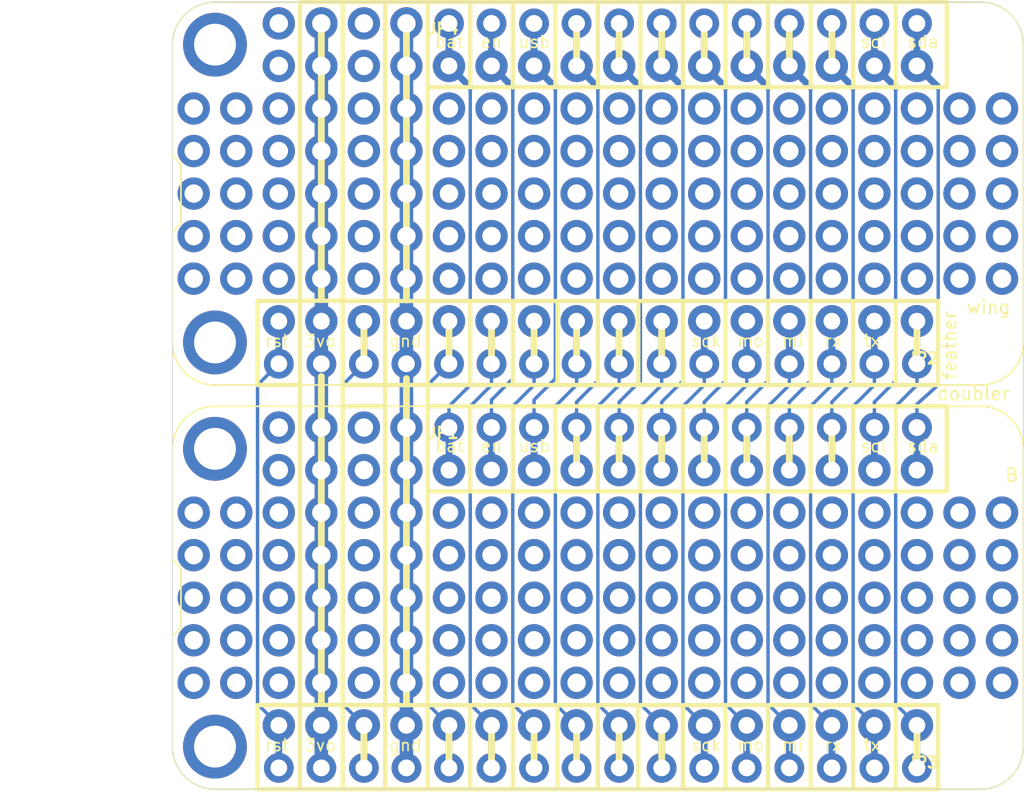
<source format=kicad_pcb>
(kicad_pcb (version 20221018) (generator pcbnew)
  (layers (0 "F.Cu" signal) (31 "B.Cu" signal) (34 "B.Paste" user) (35 "F.Paste" user) (36 "B.SilkS" user "B.Silkscreen") (37 "F.SilkS" user "F.Silkscreen") (38 "B.Mask" user) (39 "F.Mask" user) (44 "Edge.Cuts" user))
  (net 0 "")
  (net 1 "N$2")
  (net 2 "N$4")
  (net 3 "N$6")
  (net 4 "N$7")
  (net 5 "N$8")
  (net 6 "N$9")
  (net 7 "N$10")
  (net 8 "N$11")
  (net 9 "N$12")
  (net 10 "N$13")
  (net 11 "N$14")
  (net 12 "N$15")
  (net 13 "GND")
  (net 14 "N$17")
  (net 15 "3V")
  (net 16 "N$18")
  (net 17 "VBAT")
  (net 18 "N$1")
  (net 19 "USB")
  (net 20 "N$3")
  (net 21 "N$5")
  (net 22 "N$19")
  (net 23 "N$20")
  (net 24 "N$21")
  (net 25 "N$22")
  (net 26 "N$23")
  (net 27 "N$24")
  (net 28 "N$25")
  (net 29 "N$26")
  (net 30 "N$28")
  (net 31 "N$31")
  (net 32 "N$33")
  (net 33 "N$34")
  (net 34 "N$36")
  (net 35 "N$37")
  (net 36 "N$38")
  (net 37 "N$39")
  (net 38 "N$40")
  (net 39 "N$41")
  (net 40 "N$42")
  (net 41 "N$43")
  (net 42 "N$44")
  (net 43 "N$46")
  (net 44 "N$47")
  (net 45 "N$50")
  (net 46 "N$51")
  (net 47 "N$52")
  (net 48 "N$54")
  (net 49 "N$58")
  (net 50 "N$59")
  (net 51 "N$62")
  (net 52 "N$63")
  (net 53 "N$64")
  (net 54 "N$65")
  (net 55 "N$66")
  (net 56 "N$67")
  (net 57 "N$68")
  (net 58 "N$69")
  (net 59 "N$70")
  (net 60 "N$71")
  (net 61 "N$72")
  (net 62 "N$73")
  (net 63 "N$74")
  (net 64 "N$75")
  (net 65 "N$76")
  (net 66 "N$77")
  (net 67 "N$78")
  (net 68 "N$79")
  (net 69 "N$80")
  (net 70 "N$81")
  (net 71 "N$82")
  (net 72 "N$83")
  (net 73 "N$84")
  (net 74 "N$85")
  (net 75 "N$86")
  (net 76 "N$87")
  (net 77 "N$88")
  (net 78 "N$89")
  (net 79 "N$90")
  (net 80 "N$91")
  (net 81 "N$92")
  (net 82 "N$93")
  (net 83 "N$94")
  (net 84 "N$95")
  (net 85 "N$96")
  (net 86 "N$97")
  (net 87 "N$98")
  (net 88 "N$99")
  (net 89 "N$100")
  (net 90 "N$101")
  (net 91 "N$102")
  (net 92 "N$103")
  (net 93 "N$104")
  (net 94 "N$105")
  (net 95 "N$106")
  (net 96 "N$107")
  (net 97 "N$108")
  (net 98 "N$109")
  (net 99 "N$110")
  (net 100 "N$111")
  (net 101 "N$112")
  (net 102 "N$113")
  (net 103 "N$114")
  (net 104 "N$115")
  (net 105 "N$116")
  (net 106 "N$117")
  (net 107 "N$118")
  (net 108 "N$119")
  (net 109 "N$120")
  (net 110 "N$121")
  (net 111 "N$122")
  (net 112 "N$123")
  (net 113 "N$124")
  (net 114 "N$125")
  (net 115 "N$126")
  (net 116 "N$127")
  (net 117 "N$128")
  (net 118 "N$129")
  (net 119 "N$130")
  (net 120 "N$131")
  (net 121 "N$132")
  (net 122 "N$133")
  (net 123 "N$16")
  (net 124 "N$27")
  (net 125 "N$29")
  (net 126 "N$30")
  (net 127 "N$32")
  (net 128 "N$35")
  (net 129 "N$45")
  (net 130 "N$48")
  (net 131 "N$49")
  (net 132 "N$53")
  (net 133 "N$55")
  (net 134 "N$56")
  (net 135 "N$57")
  (net 136 "N$60")
  (net 137 "N$61")
  (net 138 "N$134")
  (net 139 "N$135")
  (net 140 "N$136")
  (net 141 "N$137")
  (net 142 "N$138")
  (net 143 "N$139")
  (net 144 "N$140")
  (net 145 "N$141")
  (net 146 "N$142")
  (net 147 "N$143")
  (net 148 "N$144")
  (net 149 "N$145")
  (net 150 "N$146")
  (net 151 "N$147")
  (net 152 "N$148")
  (net 153 "N$149")
  (net 154 "N$150")
  (net 155 "N$151")
  (net 156 "N$152")
  (net 157 "N$153")
  (net 158 "N$154")
  (net 159 "N$155")
  (net 160 "N$156")
  (net 161 "N$157")
  (net 162 "N$158")
  (net 163 "N$159")
  (net 164 "N$160")
  (net 165 "N$161")
  (net 166 "N$162")
  (net 167 "N$163")
  (net 168 "N$164")
  (net 169 "N$165")
  (net 170 "N$166")
  (net 171 "N$167")
  (net 172 "N$168")
  (net 173 "N$169")
  (net 174 "N$170")
  (net 175 "N$171")
  (net 176 "N$172")
  (net 177 "N$173")
  (net 178 "N$174")
  (net 179 "N$175")
  (net 180 "N$176")
  (net 181 "N$177")
  (net 182 "N$178")
  (net 183 "N$179")
  (net 184 "N$180")
  (net 185 "N$181")
  (net 186 "N$182")
  (net 187 "N$183")
  (net 188 "N$184")
  (net 189 "N$185")
  (net 190 "N$186")
  (net 191 "N$187")
  (net 192 "N$188")
  (net 193 "N$189")
  (net 194 "N$190")
  (net 195 "N$191")
  (net 196 "N$192")
  (net 197 "N$193")
  (net 198 "N$194")
  (net 199 "N$195")
  (net 200 "N$196")
  (net 201 "N$197")
  (net 202 "N$198")
  (net 203 "N$199")
  (net 204 "N$200")
  (net 205 "N$201")
  (net 206 "N$202")
  (net 207 "N$203")
  (net 208 "N$204")
  (net 209 "N$205")
  (net 210 "N$206")
  (net 211 "N$207")
  (net 212 "N$208")
  (net 213 "N$209")
  (net 214 "N$210")
  (net 215 "N$211")
  (net 216 "N$212")
  (footprint "working:FEATHERWING_DIM" (layer "F.Cu") (at 123.1011 128.4986)
    (fp_text reference "MS1" hide)
    (fp_text value "FEATHERWING_NODIM" hide)
  )
  (footprint "working:1X16_ROUND_76MIL" (layer "F.Cu") (at 148.5011 100.5586 180)
    (fp_text reference "JP2")
    (fp_text value "")
  )
  (footprint "working:1X12_ROUND_76MIL" (layer "F.Cu") (at 153.5811 109.4486)
    (fp_text reference "JP1")
    (fp_text value "")
  )
  (footprint "working:1X12_ROUND_76MIL" (layer "F.Cu") (at 153.5811 85.3186)
    (fp_text reference "JP4")
    (fp_text value "")
  )
  (footprint "working:FEATHERWING_DIM" (layer "F.Cu") (at 123.1011 104.3686)
    (fp_text reference "MS2" hide)
    (fp_text value "FEATHERWING_NODIM" hide)
  )
  (footprint "working:1X16_ROUND_76MIL" (layer "F.Cu") (at 148.5011 124.6886 180)
    (fp_text reference "JP3")
    (fp_text value "")
  )
  (gr_line (start 166.2811 99.3521) (end 168.8211 99.3521) (stroke (width 0.254)) (layer "F.SilkS"))
  (gr_line (start 153.5811 123.4821) (end 150.9141 123.4821) (stroke (width 0.254)) (layer "F.SilkS"))
  (gr_line (start 161.2011 123.4821) (end 163.7411 123.4821) (stroke (width 0.254)) (layer "F.SilkS"))
  (gr_line (start 131.9911 123.3932) (end 131.9911 103.8606) (stroke (width 0.4064)) (layer "F.SilkS"))
  (gr_line (start 140.8811 128.4986) (end 140.8811 123.4821) (stroke (width 0.254)) (layer "F.SilkS"))
  (gr_line (start 145.9611 86.5886) (end 145.9611 81.5086) (stroke (width 0.254)) (layer "F.SilkS"))
  (gr_line (start 135.8011 99.3521) (end 133.3246 99.3521) (stroke (width 0.254)) (layer "F.SilkS"))
  (gr_line (start 166.2811 123.4821) (end 166.2811 128.4986) (stroke (width 0.254)) (layer "F.SilkS"))
  (gr_line (start 130.7211 104.3686) (end 130.7211 99.3521) (stroke (width 0.254)) (layer "F.SilkS"))
  (gr_line (start 149.7711 85.1916) (end 149.7711 83.0326) (stroke (width 0.4064)) (layer "F.SilkS"))
  (gr_line (start 152.3111 100.5586) (end 152.3111 102.8446) (stroke (width 0.4064)) (layer "F.SilkS"))
  (gr_line (start 130.7211 128.4986) (end 130.7211 123.4821) (stroke (width 0.254)) (layer "F.SilkS"))
  (gr_line (start 148.5011 99.3521) (end 148.5011 104.3686) (stroke (width 0.254)) (layer "F.SilkS"))
  (gr_line (start 146.0881 104.3686) (end 146.0881 99.3521) (stroke (width 0.254)) (layer "F.SilkS"))
  (gr_line (start 130.7211 99.3521) (end 130.7211 99.3394) (stroke (width 0.254)) (layer "F.SilkS"))
  (gr_line (start 145.9611 86.5886) (end 148.5011 86.5886) (stroke (width 0.254)) (layer "F.SilkS"))
  (gr_line (start 150.9141 123.4821) (end 148.5011 123.4821) (stroke (width 0.254)) (layer "F.SilkS"))
  (gr_line (start 135.8011 104.3686) (end 135.8011 105.6386) (stroke (width 0.254)) (layer "F.SilkS"))
  (gr_line (start 128.1811 128.4986) (end 168.6941 128.4986) (stroke (width 0.254)) (layer "F.SilkS"))
  (gr_line (start 161.2011 81.5086) (end 161.2011 86.5886) (stroke (width 0.254)) (layer "F.SilkS"))
  (gr_line (start 133.3246 123.4821) (end 133.2611 123.5456) (stroke (width 0.254)) (layer "F.SilkS"))
  (gr_line (start 163.7411 110.7186) (end 166.2811 110.7186) (stroke (width 0.254)) (layer "F.SilkS"))
  (gr_line (start 163.7411 105.6386) (end 163.7411 110.7186) (stroke (width 0.254)) (layer "F.SilkS"))
  (gr_line (start 149.7711 124.6886) (end 149.7711 126.9746) (stroke (width 0.4064)) (layer "F.SilkS"))
  (gr_line (start 130.7211 99.3394) (end 134.3279 99.3394) (stroke (width 0.254)) (layer "F.SilkS"))
  (gr_line (start 138.3411 99.3521) (end 138.3411 86.5886) (stroke (width 0.254)) (layer "F.SilkS"))
  (gr_line (start 139.6111 126.9746) (end 139.6111 124.9426) (stroke (width 0.4064)) (layer "F.SilkS"))
  (gr_line (start 166.2811 123.4821) (end 168.8211 123.4821) (stroke (width 0.254)) (layer "F.SilkS"))
  (gr_line (start 135.8011 128.4986) (end 135.8011 123.4821) (stroke (width 0.254)) (layer "F.SilkS"))
  (gr_line (start 138.3411 105.6386) (end 169.3291 105.6386) (stroke (width 0.254)) (layer "F.SilkS"))
  (gr_line (start 143.4211 86.5886) (end 145.9611 86.5886) (stroke (width 0.254)) (layer "F.SilkS"))
  (gr_line (start 163.7411 99.3521) (end 166.2811 99.3521) (stroke (width 0.254)) (layer "F.SilkS"))
  (gr_line (start 130.7211 123.4821) (end 128.1811 123.4821) (stroke (width 0.254)) (layer "F.SilkS"))
  (gr_line (start 158.6611 86.5886) (end 161.2011 86.5886) (stroke (width 0.254)) (layer "F.SilkS"))
  (gr_line (start 137.0711 123.4186) (end 137.0711 103.9876) (stroke (width 0.4064)) (layer "F.SilkS"))
  (gr_line (start 140.8811 81.5086) (end 140.8811 86.5886) (stroke (width 0.254)) (layer "F.SilkS"))
  (gr_line (start 169.3291 110.7186) (end 169.3291 105.6386) (stroke (width 0.254)) (layer "F.SilkS"))
  (gr_line (start 161.2011 105.6386) (end 161.2011 110.7186) (stroke (width 0.254)) (layer "F.SilkS"))
  (gr_line (start 143.4211 81.5086) (end 143.4211 86.5886) (stroke (width 0.254)) (layer "F.SilkS"))
  (gr_line (start 159.9311 109.4486) (end 159.9311 107.1626) (stroke (width 0.4064)) (layer "F.SilkS"))
  (gr_line (start 133.2611 123.5456) (end 133.2611 105.6386) (stroke (width 0.254)) (layer "F.SilkS"))
  (gr_line (start 133.2611 104.3686) (end 135.8011 104.3686) (stroke (width 0.254)) (layer "F.SilkS"))
  (gr_line (start 140.8811 104.3686) (end 140.8811 99.3521) (stroke (width 0.254)) (layer "F.SilkS"))
  (gr_line (start 135.8011 123.4821) (end 133.3246 123.4821) (stroke (width 0.254)) (layer "F.SilkS"))
  (gr_line (start 143.4211 105.6386) (end 143.4211 110.7186) (stroke (width 0.254)) (layer "F.SilkS"))
  (gr_line (start 158.6611 123.4821) (end 156.1211 123.4821) (stroke (width 0.254)) (layer "F.SilkS"))
  (gr_line (start 138.3411 110.7186) (end 140.8811 110.7186) (stroke (width 0.254)) (layer "F.SilkS"))
  (gr_line (start 138.3411 99.3521) (end 135.8011 99.3521) (stroke (width 0.254)) (layer "F.SilkS"))
  (gr_line (start 148.5011 99.3521) (end 146.0881 99.3521) (stroke (width 0.254)) (layer "F.SilkS"))
  (gr_line (start 161.2011 110.7186) (end 163.7411 110.7186) (stroke (width 0.254)) (layer "F.SilkS"))
  (gr_line (start 138.3411 105.6386) (end 138.3411 104.3686) (stroke (width 0.254)) (layer "F.SilkS"))
  (gr_line (start 168.8211 128.3716) (end 168.8211 128.4986) (stroke (width 0.254)) (layer "F.SilkS"))
  (gr_line (start 131.9911 99.2632) (end 131.9911 82.7786) (stroke (width 0.4064)) (layer "F.SilkS"))
  (gr_line (start 156.1211 86.5886) (end 158.6611 86.5886) (stroke (width 0.254)) (layer "F.SilkS"))
  (gr_line (start 156.1211 104.3686) (end 153.5811 104.3686) (stroke (width 0.254)) (layer "F.SilkS"))
  (gr_line (start 149.7711 100.5586) (end 149.7711 102.8446) (stroke (width 0.4064)) (layer "F.SilkS"))
  (gr_line (start 153.5811 99.3521) (end 150.9141 99.3521) (stroke (width 0.254)) (layer "F.SilkS"))
  (gr_line (start 153.5811 104.3686) (end 150.9141 104.3686) (stroke (width 0.254)) (layer "F.SilkS"))
  (gr_line (start 166.2811 104.3686) (end 158.6611 104.3686) (stroke (width 0.254)) (layer "F.SilkS"))
  (gr_line (start 140.8811 123.4821) (end 138.3411 123.4821) (stroke (width 0.254)) (layer "F.SilkS"))
  (gr_line (start 158.6611 81.5086) (end 158.6611 86.5886) (stroke (width 0.254)) (layer "F.SilkS"))
  (gr_line (start 166.2811 105.6386) (end 166.2811 110.7186) (stroke (width 0.254)) (layer "F.SilkS"))
  (gr_line (start 147.2311 127.2286) (end 147.2311 124.9426) (stroke (width 0.4064)) (layer "F.SilkS"))
  (gr_line (start 163.7411 81.5086) (end 163.7411 86.5886) (stroke (width 0.254)) (layer "F.SilkS"))
  (gr_line (start 161.2011 123.4821) (end 161.2011 128.4986) (stroke (width 0.254)) (layer "F.SilkS"))
  (gr_line (start 150.9141 99.3521) (end 148.5011 99.3521) (stroke (width 0.254)) (layer "F.SilkS"))
  (gr_line (start 158.6611 105.6386) (end 158.6611 110.7186) (stroke (width 0.254)) (layer "F.SilkS"))
  (gr_line (start 147.2311 83.0326) (end 147.2311 85.0646) (stroke (width 0.4064)) (layer "F.SilkS"))
  (gr_line (start 139.6111 102.8446) (end 139.6111 100.8126) (stroke (width 0.4064)) (layer "F.SilkS"))
  (gr_line (start 156.1211 104.3686) (end 156.1211 99.3521) (stroke (width 0.254)) (layer "F.SilkS"))
  (gr_line (start 140.8811 105.6386) (end 140.8811 110.7186) (stroke (width 0.254)) (layer "F.SilkS"))
  (gr_line (start 168.6941 128.4986) (end 168.8211 128.3716) (stroke (width 0.254)) (layer "F.SilkS"))
  (gr_line (start 138.3411 110.7186) (end 138.3411 105.6386) (stroke (width 0.254)) (layer "F.SilkS"))
  (gr_line (start 133.2611 123.5456) (end 133.2611 128.4351) (stroke (width 0.254)) (layer "F.SilkS"))
  (gr_line (start 156.1211 105.6386) (end 156.1211 110.7186) (stroke (width 0.254)) (layer "F.SilkS"))
  (gr_line (start 158.6611 99.3521) (end 161.2011 99.3521) (stroke (width 0.254)) (layer "F.SilkS"))
  (gr_line (start 145.9611 110.7186) (end 145.9611 105.6386) (stroke (width 0.254)) (layer "F.SilkS"))
  (gr_line (start 138.3411 123.4821) (end 138.3411 110.7186) (stroke (width 0.254)) (layer "F.SilkS"))
  (gr_line (start 163.7411 123.4821) (end 163.7411 128.4986) (stroke (width 0.254)) (layer "F.SilkS"))
  (gr_line (start 138.3411 104.3686) (end 138.3411 99.3521) (stroke (width 0.254)) (layer "F.SilkS"))
  (gr_line (start 130.7211 123.4694) (end 130.7211 104.3686) (stroke (width 0.254)) (layer "F.SilkS"))
  (gr_line (start 130.7211 81.5086) (end 169.3291 81.5086) (stroke (width 0.254)) (layer "F.SilkS"))
  (gr_line (start 158.6611 123.4821) (end 161.2011 123.4821) (stroke (width 0.254)) (layer "F.SilkS"))
  (gr_line (start 135.8011 81.5721) (end 135.8011 99.3521) (stroke (width 0.254)) (layer "F.SilkS"))
  (gr_line (start 130.7211 99.3394) (end 130.7211 81.6356) (stroke (width 0.254)) (layer "F.SilkS"))
  (gr_line (start 156.1211 99.3521) (end 153.5811 99.3521) (stroke (width 0.254)) (layer "F.SilkS"))
  (gr_line (start 151.0411 110.7186) (end 156.1211 110.7186) (stroke (width 0.254)) (layer "F.SilkS"))
  (gr_line (start 156.1211 110.7186) (end 158.6611 110.7186) (stroke (width 0.254)) (layer "F.SilkS"))
  (gr_line (start 157.3911 106.9086) (end 157.3911 109.1946) (stroke (width 0.4064)) (layer "F.SilkS"))
  (gr_line (start 130.7211 99.3521) (end 128.1811 99.3521) (stroke (width 0.254)) (layer "F.SilkS"))
  (gr_line (start 138.3411 86.5886) (end 140.8811 86.5886) (stroke (width 0.254)) (layer "F.SilkS"))
  (gr_line (start 148.5011 104.3686) (end 146.0881 104.3686) (stroke (width 0.254)) (layer "F.SilkS"))
  (gr_line (start 152.3111 124.6886) (end 152.3111 126.9746) (stroke (width 0.4064)) (layer "F.SilkS"))
  (gr_line (start 156.1211 128.4986) (end 156.1211 123.4821) (stroke (width 0.254)) (layer "F.SilkS"))
  (gr_line (start 138.3411 104.3686) (end 135.8011 104.3686) (stroke (width 0.254)) (layer "F.SilkS"))
  (gr_line (start 167.5511 126.9746) (end 167.5511 124.6886) (stroke (width 0.4064)) (layer "F.SilkS"))
  (gr_line (start 146.0881 104.3686) (end 143.4211 104.3686) (stroke (width 0.254)) (layer "F.SilkS"))
  (gr_line (start 167.5511 102.8446) (end 167.5511 100.5586) (stroke (width 0.4064)) (layer "F.SilkS"))
  (gr_line (start 133.2611 104.3686) (end 133.2611 105.6386) (stroke (width 0.254)) (layer "F.SilkS"))
  (gr_line (start 163.7411 99.3521) (end 163.7411 104.3686) (stroke (width 0.254)) (layer "F.SilkS"))
  (gr_line (start 162.4711 82.7786) (end 162.4711 85.0646) (stroke (width 0.4064)) (layer "F.SilkS"))
  (gr_line (start 166.2811 86.5886) (end 169.3291 86.5886) (stroke (width 0.254)) (layer "F.SilkS"))
  (gr_line (start 161.2011 86.5886) (end 163.7411 86.5886) (stroke (width 0.254)) (layer "F.SilkS"))
  (gr_line (start 146.0881 123.4821) (end 140.8811 123.4821) (stroke (width 0.254)) (layer "F.SilkS"))
  (gr_line (start 133.2611 105.6386) (end 135.8011 105.6386) (stroke (width 0.254)) (layer "F.SilkS"))
  (gr_line (start 161.2011 99.3521) (end 163.7411 99.3521) (stroke (width 0.254)) (layer "F.SilkS"))
  (gr_line (start 135.8011 105.6386) (end 135.8011 123.4821) (stroke (width 0.254)) (layer "F.SilkS"))
  (gr_line (start 149.7711 109.3216) (end 149.7711 107.1626) (stroke (width 0.4064)) (layer "F.SilkS"))
  (gr_line (start 143.4211 123.6091) (end 143.4211 128.4986) (stroke (width 0.254)) (layer "F.SilkS"))
  (gr_line (start 147.2311 103.0986) (end 147.2311 100.8126) (stroke (width 0.4064)) (layer "F.SilkS"))
  (gr_line (start 169.3291 86.5886) (end 169.3291 81.5086) (stroke (width 0.254)) (layer "F.SilkS"))
  (gr_line (start 166.2811 110.7186) (end 169.3291 110.7186) (stroke (width 0.254)) (layer "F.SilkS"))
  (gr_line (start 168.8211 104.3686) (end 166.2811 104.3686) (stroke (width 0.254)) (layer "F.SilkS"))
  (gr_line (start 142.1511 100.8126) (end 142.1511 102.8446) (stroke (width 0.4064)) (layer "F.SilkS"))
  (gr_line (start 140.8811 86.5886) (end 143.4211 86.5886) (stroke (width 0.254)) (layer "F.SilkS"))
  (gr_line (start 161.2011 99.3521) (end 161.2011 104.3686) (stroke (width 0.254)) (layer "F.SilkS"))
  (gr_line (start 152.3111 107.1626) (end 152.3111 109.1946) (stroke (width 0.4064)) (layer "F.SilkS"))
  (gr_line (start 158.6611 99.3521) (end 156.1211 99.3521) (stroke (width 0.254)) (layer "F.SilkS"))
  (gr_line (start 130.7211 123.4694) (end 134.3279 123.4694) (stroke (width 0.254)) (layer "F.SilkS"))
  (gr_line (start 140.8811 99.3521) (end 138.3411 99.3521) (stroke (width 0.254)) (layer "F.SilkS"))
  (gr_line (start 134.5311 100.5586) (end 134.5311 102.8446) (stroke (width 0.4064)) (layer "F.SilkS"))
  (gr_line (start 150.9141 99.3521) (end 150.9141 104.3686) (stroke (width 0.254)) (layer "F.SilkS"))
  (gr_line (start 133.3246 99.3521) (end 133.2611 99.4156) (stroke (width 0.254)) (layer "F.SilkS"))
  (gr_line (start 154.8511 109.1946) (end 154.8511 107.1626) (stroke (width 0.4064)) (layer "F.SilkS"))
  (gr_line (start 163.7411 123.4821) (end 166.2811 123.4821) (stroke (width 0.254)) (layer "F.SilkS"))
  (gr_line (start 144.6911 102.8446) (end 144.6911 101.0666) (stroke (width 0.4064)) (layer "F.SilkS"))
  (gr_line (start 153.5811 104.3686) (end 153.5811 99.3521) (stroke (width 0.254)) (layer "F.SilkS"))
  (gr_line (start 146.0881 99.3521) (end 140.8811 99.3521) (stroke (width 0.254)) (layer "F.SilkS"))
  (gr_line (start 151.0411 81.5086) (end 151.0411 86.5886) (stroke (width 0.254)) (layer "F.SilkS"))
  (gr_line (start 162.4711 106.9086) (end 162.4711 109.1946) (stroke (width 0.4064)) (layer "F.SilkS"))
  (gr_line (start 133.2611 99.4156) (end 133.2611 104.3686) (stroke (width 0.254)) (layer "F.SilkS"))
  (gr_line (start 156.1211 123.4821) (end 153.5811 123.4821) (stroke (width 0.254)) (layer "F.SilkS"))
  (gr_line (start 140.8811 104.3686) (end 138.3411 104.3686) (stroke (width 0.254)) (layer "F.SilkS"))
  (gr_line (start 157.3911 82.7786) (end 157.3911 85.0646) (stroke (width 0.4064)) (layer "F.SilkS"))
  (gr_line (start 153.5811 110.5916) (end 153.5811 105.6386) (stroke (width 0.254)) (layer "F.SilkS"))
  (gr_line (start 145.9611 110.7186) (end 148.5011 110.7186) (stroke (width 0.254)) (layer "F.SilkS"))
  (gr_line (start 148.5011 86.5886) (end 148.5011 81.5086) (stroke (width 0.254)) (layer "F.SilkS"))
  (gr_line (start 158.6611 110.7186) (end 161.2011 110.7186) (stroke (width 0.254)) (layer "F.SilkS"))
  (gr_line (start 168.8211 99.3521) (end 168.8211 104.3686) (stroke (width 0.254)) (layer "F.SilkS"))
  (gr_line (start 148.5011 110.7186) (end 151.0411 110.7186) (stroke (width 0.254)) (layer "F.SilkS"))
  (gr_line (start 153.5811 86.4616) (end 153.5811 81.5086) (stroke (width 0.254)) (layer "F.SilkS"))
  (gr_line (start 148.5011 123.4821) (end 148.5011 128.4986) (stroke (width 0.254)) (layer "F.SilkS"))
  (gr_line (start 128.1811 99.3521) (end 128.1811 104.3686) (stroke (width 0.254)) (layer "F.SilkS"))
  (gr_line (start 163.7411 86.5886) (end 166.2811 86.5886) (stroke (width 0.254)) (layer "F.SilkS"))
  (gr_line (start 166.2811 81.5086) (end 166.2811 86.5886) (stroke (width 0.254)) (layer "F.SilkS"))
  (gr_line (start 158.6611 123.4821) (end 158.6611 128.4986) (stroke (width 0.254)) (layer "F.SilkS"))
  (gr_line (start 138.3411 128.4986) (end 138.3411 123.4821) (stroke (width 0.254)) (layer "F.SilkS"))
  (gr_line (start 156.1211 81.5086) (end 156.1211 86.5886) (stroke (width 0.254)) (layer "F.SilkS"))
  (gr_line (start 151.0411 105.6386) (end 151.0411 110.7186) (stroke (width 0.254)) (layer "F.SilkS"))
  (gr_line (start 150.9141 104.3686) (end 148.5011 104.3686) (stroke (width 0.254)) (layer "F.SilkS"))
  (gr_line (start 128.1811 123.4821) (end 128.1811 128.4986) (stroke (width 0.254)) (layer "F.SilkS"))
  (gr_line (start 130.7211 123.4821) (end 130.7211 123.4694) (stroke (width 0.254)) (layer "F.SilkS"))
  (gr_line (start 148.5011 86.5886) (end 151.0411 86.5886) (stroke (width 0.254)) (layer "F.SilkS"))
  (gr_line (start 128.1811 104.3686) (end 130.7211 104.3686) (stroke (width 0.254)) (layer "F.SilkS"))
  (gr_line (start 138.3411 123.4821) (end 135.8011 123.4821) (stroke (width 0.254)) (layer "F.SilkS"))
  (gr_line (start 147.2311 107.1626) (end 147.2311 109.1946) (stroke (width 0.4064)) (layer "F.SilkS"))
  (gr_line (start 150.9141 123.4821) (end 150.9141 128.4986) (stroke (width 0.254)) (layer "F.SilkS"))
  (gr_line (start 158.6611 104.3686) (end 156.1211 104.3686) (stroke (width 0.254)) (layer "F.SilkS"))
  (gr_line (start 152.3111 83.0326) (end 152.3111 85.0646) (stroke (width 0.4064)) (layer "F.SilkS"))
  (gr_line (start 146.0881 128.4986) (end 146.0881 123.4821) (stroke (width 0.254)) (layer "F.SilkS"))
  (gr_line (start 151.0411 86.5886) (end 156.1211 86.5886) (stroke (width 0.254)) (layer "F.SilkS"))
  (gr_line (start 143.4211 104.3686) (end 140.8811 104.3686) (stroke (width 0.254)) (layer "F.SilkS"))
  (gr_line (start 148.5011 110.7186) (end 148.5011 105.6386) (stroke (width 0.254)) (layer "F.SilkS"))
  (gr_line (start 135.8011 104.3686) (end 135.8011 99.3521) (stroke (width 0.254)) (layer "F.SilkS"))
  (gr_line (start 142.1511 124.9426) (end 142.1511 126.9746) (stroke (width 0.4064)) (layer "F.SilkS"))
  (gr_line (start 133.2611 99.2886) (end 133.2611 81.6356) (stroke (width 0.254)) (layer "F.SilkS"))
  (gr_line (start 134.5311 124.6886) (end 134.5311 126.9746) (stroke (width 0.4064)) (layer "F.SilkS"))
  (gr_line (start 154.8511 85.0646) (end 154.8511 83.0326) (stroke (width 0.4064)) (layer "F.SilkS"))
  (gr_line (start 148.5011 123.4821) (end 146.0881 123.4821) (stroke (width 0.254)) (layer "F.SilkS"))
  (gr_line (start 158.6611 99.3521) (end 158.6611 104.3686) (stroke (width 0.254)) (layer "F.SilkS"))
  (gr_line (start 138.3411 86.5886) (end 138.3411 81.5086) (stroke (width 0.254)) (layer "F.SilkS"))
  (gr_line (start 140.8811 110.7186) (end 143.4211 110.7186) (stroke (width 0.254)) (layer "F.SilkS"))
  (gr_line (start 159.9311 85.3186) (end 159.9311 83.0326) (stroke (width 0.4064)) (layer "F.SilkS"))
  (gr_line (start 166.2811 99.3521) (end 166.2811 104.3686) (stroke (width 0.254)) (layer "F.SilkS"))
  (gr_line (start 168.8211 123.4821) (end 168.8211 128.3716) (stroke (width 0.254)) (layer "F.SilkS"))
  (gr_line (start 137.0711 99.2886) (end 137.0711 82.7786) (stroke (width 0.4064)) (layer "F.SilkS"))
  (gr_line (start 144.6911 126.9746) (end 144.6911 125.1966) (stroke (width 0.4064)) (layer "F.SilkS"))
  (gr_line (start 153.5811 128.4986) (end 153.5811 123.4821) (stroke (width 0.254)) (layer "F.SilkS"))
  (gr_line (start 143.4211 110.7186) (end 145.9611 110.7186) (stroke (width 0.254)) (layer "F.SilkS"))
  (gr_line (start 143.4211 99.4791) (end 143.4211 104.3686) (stroke (width 0.254)) (layer "F.SilkS"))
  (gr_arc (start 125.6411 128.4986) (mid 123.845049 127.754651) (end 123.1011 125.9586) (stroke (width 0.05)) (layer "Edge.Cuts"))
  (gr_line (start 125.6411 81.5086) (end 171.3611 81.5086) (stroke (width 0.05)) (layer "Edge.Cuts"))
  (gr_arc (start 171.3611 81.5086) (mid 173.157151 82.252549) (end 173.9011 84.0486) (stroke (width 0.05)) (layer "Edge.Cuts"))
  (gr_line (start 123.1011 125.9586) (end 123.1011 84.0486) (stroke (width 0.05)) (layer "Edge.Cuts"))
  (gr_arc (start 123.1011 84.0486) (mid 123.845049 82.252549) (end 125.6411 81.5086) (stroke (width 0.05)) (layer "Edge.Cuts"))
  (gr_line (start 171.3611 128.4986) (end 125.6411 128.4986) (stroke (width 0.05)) (layer "Edge.Cuts"))
  (gr_line (start 173.9011 84.0486) (end 173.9011 125.9586) (stroke (width 0.05)) (layer "Edge.Cuts"))
  (gr_arc (start 173.9011 125.9586) (mid 173.157151 127.754651) (end 171.3611 128.4986) (stroke (width 0.05)) (layer "Edge.Cuts"))
  (gr_text "mo" (at 156.7561 102.1461) (layer "F.SilkS") (effects (font (size 0.715264 0.715264) (thickness 0.097536)) (justify left bottom)))
  (gr_text "scl" (at 164.1221 84.3026) (layer "F.SilkS") (effects (font (size 0.715264 0.715264) (thickness 0.097536)) (justify left bottom)))
  (gr_text "feather" (at 169.9641 104.1146 90) (layer "F.SilkS") (effects (font (size 0.77343 0.77343) (thickness 0.11557)) (justify left bottom)))
  (gr_text "wing" (at 170.4721 100.1776) (layer "F.SilkS") (effects (font (size 0.77343 0.77343) (thickness 0.11557)) (justify left bottom)))
  (gr_text "sda" (at 166.9161 108.4326) (layer "F.SilkS") (effects (font (size 0.715264 0.715264) (thickness 0.097536)) (justify left bottom)))
  (gr_text "tx" (at 164.3126 126.2761) (layer "F.SilkS") (effects (font (size 0.715264 0.715264) (thickness 0.097536)) (justify left bottom)))
  (gr_text "rx" (at 161.9631 126.2761) (layer "F.SilkS") (effects (font (size 0.715264 0.715264) (thickness 0.097536)) (justify left bottom)))
  (gr_text "mi" (at 159.4231 126.2761) (layer "F.SilkS") (effects (font (size 0.715264 0.715264) (thickness 0.097536)) (justify left bottom)))
  (gr_text "sck" (at 154.0129 102.1588) (layer "F.SilkS") (effects (font (size 0.715264 0.715264) (thickness 0.097536)) (justify left bottom)))
  (gr_text "3vo" (at 130.9243 126.2888) (layer "F.SilkS") (effects (font (size 0.715264 0.715264) (thickness 0.097536)) (justify left bottom)))
  (gr_text "bat" (at 138.7221 108.4326) (layer "F.SilkS") (effects (font (size 0.715264 0.715264) (thickness 0.097536)) (justify left bottom)))
  (gr_text "mi" (at 159.4231 102.1461) (layer "F.SilkS") (effects (font (size 0.715264 0.715264) (thickness 0.097536)) (justify left bottom)))
  (gr_text "usb" (at 143.7005 84.3026) (layer "F.SilkS") (effects (font (size 0.715264 0.715264) (thickness 0.097536)) (justify left bottom)))
  (gr_text "rst" (at 128.5621 126.2888) (layer "F.SilkS") (effects (font (size 0.715264 0.715264) (thickness 0.097536)) (justify left bottom)))
  (gr_text "scl" (at 164.1221 108.4326) (layer "F.SilkS") (effects (font (size 0.715264 0.715264) (thickness 0.097536)) (justify left bottom)))
  (gr_text "rx" (at 161.9631 102.1461) (layer "F.SilkS") (effects (font (size 0.715264 0.715264) (thickness 0.097536)) (justify left bottom)))
  (gr_text "3vo" (at 130.9243 102.1588) (layer "F.SilkS") (effects (font (size 0.715264 0.715264) (thickness 0.097536)) (justify left bottom)))
  (gr_text "tx" (at 164.3126 102.1461) (layer "F.SilkS") (effects (font (size 0.715264 0.715264) (thickness 0.097536)) (justify left bottom)))
  (gr_text "usb" (at 143.7005 108.4326) (layer "F.SilkS") (effects (font (size 0.715264 0.715264) (thickness 0.097536)) (justify left bottom)))
  (gr_text "sck" (at 154.0129 126.2888) (layer "F.SilkS") (effects (font (size 0.715264 0.715264) (thickness 0.097536)) (justify left bottom)))
  (gr_text "bat" (at 138.7221 84.3026) (layer "F.SilkS") (effects (font (size 0.715264 0.715264) (thickness 0.097536)) (justify left bottom)))
  (gr_text "B" (at 172.7581 110.2106) (layer "F.SilkS") (effects (font (size 0.77343 0.77343) (thickness 0.11557)) (justify left bottom)))
  (gr_text "mo" (at 156.7561 126.2761) (layer "F.SilkS") (effects (font (size 0.715264 0.715264) (thickness 0.097536)) (justify left bottom)))
  (gr_text "rst" (at 128.5621 102.1588) (layer "F.SilkS") (effects (font (size 0.715264 0.715264) (thickness 0.097536)) (justify left bottom)))
  (gr_text "gnd" (at 135.9789 102.1588) (layer "F.SilkS") (effects (font (size 0.715264 0.715264) (thickness 0.097536)) (justify left bottom)))
  (gr_text "gnd" (at 135.9789 126.2888) (layer "F.SilkS") (effects (font (size 0.715264 0.715264) (thickness 0.097536)) (justify left bottom)))
  (gr_text "en" (at 141.4526 84.3026) (layer "F.SilkS") (effects (font (size 0.715264 0.715264) (thickness 0.097536)) (justify left bottom)))
  (gr_text "sda" (at 166.9161 84.3026) (layer "F.SilkS") (effects (font (size 0.715264 0.715264) (thickness 0.097536)) (justify left bottom)))
  (gr_text "en" (at 141.4526 108.4326) (layer "F.SilkS") (effects (font (size 0.715264 0.715264) (thickness 0.097536)) (justify left bottom)))
  (gr_text "doubler" (at 168.6687 105.3338) (layer "F.SilkS") (effects (font (size 0.77343 0.77343) (thickness 0.11557)) (justify left bottom)))
  (segment (start 167.5511 100.5586) (end 167.5511 103.0986) (width 0.4064) (layer "B.Cu") (net 1))
  (segment (start 167.5511 124.6886) (end 167.5511 127.2286) (width 0.4064) (layer "B.Cu") (net 1))
  (segment (start 166.2811 105.6386) (end 167.5511 104.3686) (width 0.2032) (layer "B.Cu") (net 1))
  (segment (start 167.5511 124.6886) (end 166.2811 123.4186) (width 0.2032) (layer "B.Cu") (net 1))
  (segment (start 166.2811 123.4186) (end 166.2811 105.6386) (width 0.2032) (layer "B.Cu") (net 1))
  (segment (start 167.5511 104.3686) (end 167.5511 103.0986) (width 0.2032) (layer "B.Cu") (net 1))
  (segment (start 165.0111 124.6886) (end 163.7411 123.4186) (width 0.2032) (layer "B.Cu") (net 2))
  (segment (start 165.0111 104.3686) (end 165.0111 103.0986) (width 0.2032) (layer "B.Cu") (net 2))
  (segment (start 165.0111 127.2286) (end 165.0111 124.6886) (width 0.4064) (layer "B.Cu") (net 2))
  (segment (start 163.7411 105.6386) (end 165.0111 104.3686) (width 0.2032) (layer "B.Cu") (net 2))
  (segment (start 165.0111 100.5586) (end 165.0111 103.0986) (width 0.4064) (layer "B.Cu") (net 2))
  (segment (start 163.7411 123.4186) (end 163.7411 105.6386) (width 0.2032) (layer "B.Cu") (net 2))
  (segment (start 162.4711 124.6886) (end 161.2011 123.4186) (width 0.2032) (layer "B.Cu") (net 3))
  (segment (start 161.2011 123.4186) (end 161.2011 105.6386) (width 0.2032) (layer "B.Cu") (net 3))
  (segment (start 161.2011 105.6386) (end 162.4711 104.3686) (width 0.2032) (layer "B.Cu") (net 3))
  (segment (start 162.4711 100.5586) (end 162.4711 103.0986) (width 0.4064) (layer "B.Cu") (net 3))
  (segment (start 162.4711 104.3686) (end 162.4711 103.0986) (width 0.2032) (layer "B.Cu") (net 3))
  (segment (start 162.4711 124.6886) (end 162.4711 127.2286) (width 0.4064) (layer "B.Cu") (net 3))
  (segment (start 158.6611 105.6386) (end 159.9311 104.3686) (width 0.2032) (layer "B.Cu") (net 4))
  (segment (start 159.9311 100.5586) (end 159.9311 103.0986) (width 0.4064) (layer "B.Cu") (net 4))
  (segment (start 159.9311 124.6886) (end 158.6611 123.4186) (width 0.2032) (layer "B.Cu") (net 4))
  (segment (start 158.6611 123.4186) (end 158.6611 105.6386) (width 0.2032) (layer "B.Cu") (net 4))
  (segment (start 159.9311 104.3686) (end 159.9311 103.0986) (width 0.2032) (layer "B.Cu") (net 4))
  (segment (start 159.9311 124.6886) (end 159.9311 127.2286) (width 0.4064) (layer "B.Cu") (net 4))
  (segment (start 156.1211 123.4186) (end 156.1211 105.6386) (width 0.2032) (layer "B.Cu") (net 5))
  (segment (start 157.3911 100.5586) (end 157.3911 103.0986) (width 0.4064) (layer "B.Cu") (net 5))
  (segment (start 156.1211 105.6386) (end 157.3911 104.3686) (width 0.2032) (layer "B.Cu") (net 5))
  (segment (start 157.3911 127.2286) (end 157.3911 124.6886) (width 0.4064) (layer "B.Cu") (net 5))
  (segment (start 157.3911 124.6886) (end 156.1211 123.4186) (width 0.2032) (layer "B.Cu") (net 5))
  (segment (start 157.3911 104.3686) (end 157.3911 103.0986) (width 0.2032) (layer "B.Cu") (net 5))
  (segment (start 154.8511 124.6886) (end 154.8511 127.2286) (width 0.4064) (layer "B.Cu") (net 6))
  (segment (start 154.8511 124.6886) (end 153.5811 123.4186) (width 0.2032) (layer "B.Cu") (net 6))
  (segment (start 153.5811 105.6386) (end 154.8511 104.3686) (width 0.2032) (layer "B.Cu") (net 6))
  (segment (start 154.8511 104.3686) (end 154.8511 103.0986) (width 0.2032) (layer "B.Cu") (net 6))
  (segment (start 154.8511 100.5586) (end 154.8511 103.0986) (width 0.4064) (layer "B.Cu") (net 6))
  (segment (start 153.5811 123.4186) (end 153.5811 105.6386) (width 0.2032) (layer "B.Cu") (net 6))
  (segment (start 152.3111 124.6886) (end 151.0411 123.4186) (width 0.2032) (layer "B.Cu") (net 7))
  (segment (start 152.3111 104.3686) (end 152.3111 103.0986) (width 0.2032) (layer "B.Cu") (net 7))
  (segment (start 152.3111 100.5586) (end 152.3111 103.0986) (width 0.4064) (layer "B.Cu") (net 7))
  (segment (start 151.0411 105.6386) (end 152.3111 104.3686) (width 0.2032) (layer "B.Cu") (net 7))
  (segment (start 152.3111 127.2286) (end 152.3111 124.6886) (width 0.4064) (layer "B.Cu") (net 7))
  (segment (start 151.0411 123.4186) (end 151.0411 105.6386) (width 0.2032) (layer "B.Cu") (net 7))
  (segment (start 149.7711 104.3686) (end 149.7711 103.0986) (width 0.2032) (layer "B.Cu") (net 8))
  (segment (start 148.5011 105.6386) (end 149.7711 104.3686) (width 0.2032) (layer "B.Cu") (net 8))
  (segment (start 148.5011 123.4186) (end 148.5011 105.6386) (width 0.2032) (layer "B.Cu") (net 8))
  (segment (start 149.7711 124.6886) (end 148.5011 123.4186) (width 0.2032) (layer "B.Cu") (net 8))
  (segment (start 149.7711 100.5586) (end 149.7711 103.0986) (width 0.4064) (layer "B.Cu") (net 8))
  (segment (start 149.7711 124.6886) (end 149.7711 127.2286) (width 0.4064) (layer "B.Cu") (net 8))
  (segment (start 145.9611 105.6386) (end 147.2311 104.3686) (width 0.2032) (layer "B.Cu") (net 9))
  (segment (start 147.2311 124.6886) (end 145.9611 123.4186) (width 0.2032) (layer "B.Cu") (net 9))
  (segment (start 145.9611 123.4186) (end 145.9611 105.6386) (width 0.2032) (layer "B.Cu") (net 9))
  (segment (start 147.2311 100.5586) (end 147.2311 103.0986) (width 0.4064) (layer "B.Cu") (net 9))
  (segment (start 147.2311 127.2286) (end 147.2311 124.6886) (width 0.4064) (layer "B.Cu") (net 9))
  (segment (start 147.2311 104.3686) (end 147.2311 103.0986) (width 0.2032) (layer "B.Cu") (net 9))
  (segment (start 144.6911 124.6886) (end 144.6911 127.2286) (width 0.4064) (layer "B.Cu") (net 10))
  (segment (start 143.4211 105.6386) (end 144.6911 104.3686) (width 0.2032) (layer "B.Cu") (net 10))
  (segment (start 144.6911 104.3686) (end 144.6911 103.0986) (width 0.2032) (layer "B.Cu") (net 10))
  (segment (start 144.6911 124.6886) (end 143.4211 123.4186) (width 0.2032) (layer "B.Cu") (net 10))
  (segment (start 144.6911 100.5586) (end 144.6911 103.0986) (width 0.4064) (layer "B.Cu") (net 10))
  (segment (start 143.4211 123.4186) (end 143.4211 105.6386) (width 0.2032) (layer "B.Cu") (net 10))
  (segment (start 142.1511 104.3686) (end 142.1511 103.0986) (width 0.2032) (layer "B.Cu") (net 11))
  (segment (start 142.1511 124.6886) (end 140.8811 123.4186) (width 0.2032) (layer "B.Cu") (net 11))
  (segment (start 140.8811 123.4186) (end 140.8811 105.6386) (width 0.2032) (layer "B.Cu") (net 11))
  (segment (start 142.1511 100.5586) (end 142.1511 103.0986) (width 0.4064) (layer "B.Cu") (net 11))
  (segment (start 140.8811 105.6386) (end 142.1511 104.3686) (width 0.2032) (layer "B.Cu") (net 11))
  (segment (start 142.1511 127.2286) (end 142.1511 124.6886) (width 0.4064) (layer "B.Cu") (net 11))
  (segment (start 139.6111 100.5586) (end 139.6111 103.0986) (width 0.4064) (layer "B.Cu") (net 12))
  (segment (start 139.6111 124.6886) (end 138.3411 123.4186) (width 0.2032) (layer "B.Cu") (net 12))
  (segment (start 138.3411 104.3686) (end 139.6111 103.0986) (width 0.2032) (layer "B.Cu") (net 12))
  (segment (start 138.3411 123.4186) (end 138.3411 104.3686) (width 0.2032) (layer "B.Cu") (net 12))
  (segment (start 139.6111 124.6886) (end 139.6111 127.2286) (width 0.4064) (layer "B.Cu") (net 12))
  (via (at 137.0711 82.7786) (size 1.9304) (drill 1.1) (layers "F.Cu" "B.Cu") (net 13))
  (via (at 137.0711 122.1486) (size 1.9304) (drill 1.1) (layers "F.Cu" "B.Cu") (net 13))
  (via (at 137.0711 114.5286) (size 1.9304) (drill 1.1) (layers "F.Cu" "B.Cu") (net 13))
  (via (at 137.0711 119.6086) (size 1.9304) (drill 1.1) (layers "F.Cu" "B.Cu") (net 13))
  (via (at 137.0711 109.4486) (size 1.9304) (drill 1.1) (layers "F.Cu" "B.Cu") (net 13))
  (via (at 137.0711 106.9086) (size 1.9304) (drill 1.1) (layers "F.Cu" "B.Cu") (net 13))
  (via (at 137.0711 117.0686) (size 1.9304) (drill 1.1) (layers "F.Cu" "B.Cu") (net 13))
  (via (at 137.0711 111.9886) (size 1.9304) (drill 1.1) (layers "F.Cu" "B.Cu") (net 13))
  (via (at 137.0711 90.3986) (size 1.9304) (drill 1.1) (layers "F.Cu" "B.Cu") (net 13))
  (via (at 137.0711 95.4786) (size 1.9304) (drill 1.1) (layers "F.Cu" "B.Cu") (net 13))
  (via (at 137.0711 85.3186) (size 1.9304) (drill 1.1) (layers "F.Cu" "B.Cu") (net 13))
  (via (at 137.0711 87.8586) (size 1.9304) (drill 1.1) (layers "F.Cu" "B.Cu") (net 13))
  (via (at 137.0711 98.0186) (size 1.9304) (drill 1.1) (layers "F.Cu" "B.Cu") (net 13))
  (via (at 137.0711 92.9386) (size 1.9304) (drill 1.1) (layers "F.Cu" "B.Cu") (net 13))
  (segment (start 137.0711 103.0986) (end 137.0711 100.5586) (width 0.8128) (layer "B.Cu") (net 13))
  (segment (start 137.0711 114.5286) (end 137.0711 111.9886) (width 0.8128) (layer "B.Cu") (net 13))
  (segment (start 137.0711 95.4786) (end 137.0711 92.9386) (width 0.8128) (layer "B.Cu") (net 13))
  (segment (start 137.0711 85.3186) (end 137.0711 82.7786) (width 0.8128) (layer "B.Cu") (net 13))
  (segment (start 137.0711 111.9886) (end 137.0711 109.4486) (width 0.8128) (layer "B.Cu") (net 13))
  (segment (start 137.0711 117.0686) (end 137.0711 114.5286) (width 0.8128) (layer "B.Cu") (net 13))
  (segment (start 137.0711 122.1486) (end 137.0711 119.6086) (width 0.8128) (layer "B.Cu") (net 13))
  (segment (start 137.0711 119.6086) (end 137.0711 117.0686) (width 0.8128) (layer "B.Cu") (net 13))
  (segment (start 137.0711 106.9086) (end 137.0711 103.0986) (width 0.8128) (layer "B.Cu") (net 13))
  (segment (start 137.0711 90.3986) (end 137.0711 87.8586) (width 0.8128) (layer "B.Cu") (net 13))
  (segment (start 137.0711 92.9386) (end 137.0711 90.3986) (width 0.8128) (layer "B.Cu") (net 13))
  (segment (start 137.0711 100.5586) (end 137.0711 98.0186) (width 0.8128) (layer "B.Cu") (net 13))
  (segment (start 137.0711 98.0186) (end 137.0711 95.4786) (width 0.8128) (layer "B.Cu") (net 13))
  (segment (start 137.0711 109.4486) (end 137.0711 106.9086) (width 0.8128) (layer "B.Cu") (net 13))
  (segment (start 137.0711 87.8586) (end 137.0711 85.3186) (width 0.8128) (layer "B.Cu") (net 13))
  (segment (start 137.0711 124.6886) (end 137.0711 122.1486) (width 0.8128) (layer "B.Cu") (net 13))
  (segment (start 137.0711 127.2286) (end 137.0711 124.6886) (width 0.8128) (layer "B.Cu") (net 13))
  (segment (start 134.5311 100.5586) (end 134.5311 103.0986) (width 0.4064) (layer "B.Cu") (net 14))
  (segment (start 133.2611 123.4186) (end 133.2611 104.3686) (width 0.2032) (layer "B.Cu") (net 14))
  (segment (start 133.2611 104.3686) (end 134.5311 103.0986) (width 0.2032) (layer "B.Cu") (net 14))
  (segment (start 134.5311 124.6886) (end 133.2611 123.4186) (width 0.2032) (layer "B.Cu") (net 14))
  (segment (start 134.5311 124.6886) (end 134.5311 127.2286) (width 0.4064) (layer "B.Cu") (net 14))
  (via (at 131.9911 82.7786) (size 1.9304) (drill 1.1) (layers "F.Cu" "B.Cu") (net 15))
  (via (at 131.9911 90.3986) (size 1.9304) (drill 1.1) (layers "F.Cu" "B.Cu") (net 15))
  (via (at 131.9911 117.0686) (size 1.9304) (drill 1.1) (layers "F.Cu" "B.Cu") (net 15))
  (via (at 131.9911 111.9886) (size 1.9304) (drill 1.1) (layers "F.Cu" "B.Cu") (net 15))
  (via (at 131.9911 87.8586) (size 1.9304) (drill 1.1) (layers "F.Cu" "B.Cu") (net 15))
  (via (at 131.9911 98.0186) (size 1.9304) (drill 1.1) (layers "F.Cu" "B.Cu") (net 15))
  (via (at 131.9911 106.9086) (size 1.9304) (drill 1.1) (layers "F.Cu" "B.Cu") (net 15))
  (via (at 131.9911 85.3186) (size 1.9304) (drill 1.1) (layers "F.Cu" "B.Cu") (net 15))
  (via (at 131.9911 119.6086) (size 1.9304) (drill 1.1) (layers "F.Cu" "B.Cu") (net 15))
  (via (at 131.9911 114.5286) (size 1.9304) (drill 1.1) (layers "F.Cu" "B.Cu") (net 15))
  (via (at 131.9911 122.1486) (size 1.9304) (drill 1.1) (layers "F.Cu" "B.Cu") (net 15))
  (via (at 131.9911 92.9386) (size 1.9304) (drill 1.1) (layers "F.Cu" "B.Cu") (net 15))
  (via (at 131.9911 109.4486) (size 1.9304) (drill 1.1) (layers "F.Cu" "B.Cu") (net 15))
  (via (at 131.9911 95.4786) (size 1.9304) (drill 1.1) (layers "F.Cu" "B.Cu") (net 15))
  (segment (start 131.9911 106.9086) (end 131.9911 103.0986) (width 0.8128) (layer "B.Cu") (net 15))
  (segment (start 131.9911 117.0686) (end 131.9911 114.5286) (width 0.8128) (layer "B.Cu") (net 15))
  (segment (start 131.9911 124.6886) (end 131.9911 127.2286) (width 0.8128) (layer "B.Cu") (net 15))
  (segment (start 131.9911 90.3986) (end 131.9911 87.8586) (width 0.8128) (layer "B.Cu") (net 15))
  (segment (start 131.9911 114.5286) (end 131.9911 111.9886) (width 0.8128) (layer "B.Cu") (net 15))
  (segment (start 131.9911 124.6886) (end 131.9911 122.1486) (width 0.8128) (layer "B.Cu") (net 15))
  (segment (start 131.9911 100.5586) (end 131.9911 98.0186) (width 0.8128) (layer "B.Cu") (net 15))
  (segment (start 131.9911 85.3186) (end 131.9911 82.7786) (width 0.8128) (layer "B.Cu") (net 15))
  (segment (start 131.9911 119.6086) (end 131.9911 117.0686) (width 0.8128) (layer "B.Cu") (net 15))
  (segment (start 131.9911 100.5586) (end 131.9911 103.0986) (width 0.8128) (layer "B.Cu") (net 15))
  (segment (start 131.9911 92.9386) (end 131.9911 90.3986) (width 0.8128) (layer "B.Cu") (net 15))
  (segment (start 131.9911 122.1486) (end 131.9911 119.6086) (width 0.8128) (layer "B.Cu") (net 15))
  (segment (start 131.9911 111.9886) (end 131.9911 109.4486) (width 0.8128) (layer "B.Cu") (net 15))
  (segment (start 131.9911 87.8586) (end 131.9911 85.3186) (width 0.8128) (layer "B.Cu") (net 15))
  (segment (start 131.9911 109.4486) (end 131.9911 106.9086) (width 0.8128) (layer "B.Cu") (net 15))
  (segment (start 131.9911 95.4786) (end 131.9911 92.9386) (width 0.8128) (layer "B.Cu") (net 15))
  (segment (start 131.9911 98.0186) (end 131.9911 95.4786) (width 0.8128) (layer "B.Cu") (net 15))
  (segment (start 129.4511 100.5586) (end 129.4511 103.0986) (width 0.4064) (layer "B.Cu") (net 16))
  (segment (start 129.4511 127.2286) (end 129.4511 124.6886) (width 0.4064) (layer "B.Cu") (net 16))
  (segment (start 128.1811 104.3686) (end 129.4511 103.0986) (width 0.2032) (layer "B.Cu") (net 16))
  (segment (start 129.4511 124.6886) (end 128.1811 123.4186) (width 0.2032) (layer "B.Cu") (net 16))
  (segment (start 128.1811 123.4186) (end 128.1811 104.3686) (width 0.2032) (layer "B.Cu") (net 16))
  (segment (start 140.8811 104.3686) (end 140.8811 86.5886) (width 0.2032) (layer "B.Cu") (net 17))
  (segment (start 139.6111 85.3186) (end 139.6111 82.7786) (width 0.4064) (layer "B.Cu") (net 17))
  (segment (start 139.6111 105.6386) (end 139.6111 106.9086) (width 0.2032) (layer "B.Cu") (net 17))
  (segment (start 140.8811 104.3686) (end 139.6111 105.6386) (width 0.2032) (layer "B.Cu") (net 17))
  (segment (start 139.6111 106.9086) (end 139.6111 109.4486) (width 0.4064) (layer "B.Cu") (net 17))
  (segment (start 140.8811 86.5886) (end 139.6111 85.3186) (width 0.4064) (layer "B.Cu") (net 17))
  (segment (start 142.1511 109.4486) (end 142.1511 106.9086) (width 0.4064) (layer "B.Cu") (net 18))
  (segment (start 143.4211 103.9876) (end 142.1511 105.2576) (width 0.2032) (layer "B.Cu") (net 18))
  (segment (start 143.4211 103.9876) (end 143.4211 86.5886) (width 0.2032) (layer "B.Cu") (net 18))
  (segment (start 142.1511 105.2576) (end 142.1511 106.9086) (width 0.2032) (layer "B.Cu") (net 18))
  (segment (start 142.1511 82.7786) (end 142.1511 85.3186) (width 0.4064) (layer "B.Cu") (net 18))
  (segment (start 143.4211 86.5886) (end 142.1511 85.3186) (width 0.4064) (layer "B.Cu") (net 18))
  (segment (start 144.6911 82.7786) (end 144.6911 85.3186) (width 0.4064) (layer "B.Cu") (net 19))
  (segment (start 144.6911 106.9086) (end 144.6911 109.4486) (width 0.4064) (layer "B.Cu") (net 19))
  (segment (start 145.9611 86.5886) (end 144.6911 85.3186) (width 0.4064) (layer "B.Cu") (net 19))
  (segment (start 145.9611 103.9876) (end 145.9611 86.5886) (width 0.2032) (layer "B.Cu") (net 19))
  (segment (start 144.6911 106.9086) (end 144.6911 105.2576) (width 0.2032) (layer "B.Cu") (net 19))
  (segment (start 144.6911 105.2576) (end 145.9611 103.9876) (width 0.2032) (layer "B.Cu") (net 19))
  (segment (start 147.2311 105.3846) (end 148.5011 104.1146) (width 0.2032) (layer "B.Cu") (net 20))
  (segment (start 148.5011 104.1146) (end 148.5011 86.5886) (width 0.2032) (layer "B.Cu") (net 20))
  (segment (start 147.2311 106.9086) (end 147.2311 105.3846) (width 0.2032) (layer "B.Cu") (net 20))
  (segment (start 147.2311 109.4486) (end 147.2311 106.9086) (width 0.4064) (layer "B.Cu") (net 20))
  (segment (start 148.5011 86.5886) (end 147.2311 85.3186) (width 0.4064) (layer "B.Cu") (net 20))
  (segment (start 147.2311 82.7786) (end 147.2311 85.3186) (width 0.4064) (layer "B.Cu") (net 20))
  (segment (start 151.0411 86.5886) (end 149.7711 85.3186) (width 0.4064) (layer "B.Cu") (net 21))
  (segment (start 149.7711 106.9086) (end 149.7711 109.4486) (width 0.4064) (layer "B.Cu") (net 21))
  (segment (start 149.7711 105.3846) (end 151.0411 104.1146) (width 0.2032) (layer "B.Cu") (net 21))
  (segment (start 151.0411 104.1146) (end 151.0411 86.5886) (width 0.2032) (layer "B.Cu") (net 21))
  (segment (start 149.7711 82.7786) (end 149.7711 85.3186) (width 0.4064) (layer "B.Cu") (net 21))
  (segment (start 149.7711 106.9086) (end 149.7711 105.3846) (width 0.2032) (layer "B.Cu") (net 21))
  (segment (start 153.5811 86.5886) (end 152.3111 85.3186) (width 0.4064) (layer "B.Cu") (net 22))
  (segment (start 152.3111 82.7786) (end 152.3111 85.3186) (width 0.4064) (layer "B.Cu") (net 22))
  (segment (start 152.3111 105.3846) (end 152.3111 106.9086) (width 0.2032) (layer "B.Cu") (net 22))
  (segment (start 152.3111 109.4486) (end 152.3111 106.9086) (width 0.4064) (layer "B.Cu") (net 22))
  (segment (start 153.5811 104.1146) (end 152.3111 105.3846) (width 0.2032) (layer "B.Cu") (net 22))
  (segment (start 153.5811 104.1146) (end 153.5811 86.5886) (width 0.2032) (layer "B.Cu") (net 22))
  (segment (start 154.8511 106.9086) (end 154.8511 105.3846) (width 0.2032) (layer "B.Cu") (net 23))
  (segment (start 156.1211 104.1146) (end 156.1211 86.5886) (width 0.2032) (layer "B.Cu") (net 23))
  (segment (start 156.1211 86.5886) (end 154.8511 85.3186) (width 0.4064) (layer "B.Cu") (net 23))
  (segment (start 154.8511 105.3846) (end 156.1211 104.1146) (width 0.2032) (layer "B.Cu") (net 23))
  (segment (start 154.8511 106.9086) (end 154.8511 109.4486) (width 0.4064) (layer "B.Cu") (net 23))
  (segment (start 154.8511 82.7786) (end 154.8511 85.3186) (width 0.4064) (layer "B.Cu") (net 23))
  (segment (start 158.6611 104.1146) (end 158.6611 86.5886) (width 0.2032) (layer "B.Cu") (net 24))
  (segment (start 158.6611 86.5886) (end 157.3911 85.3186) (width 0.4064) (layer "B.Cu") (net 24))
  (segment (start 157.3911 105.3846) (end 157.3911 106.9086) (width 0.2032) (layer "B.Cu") (net 24))
  (segment (start 157.3911 82.7786) (end 157.3911 85.3186) (width 0.4064) (layer "B.Cu") (net 24))
  (segment (start 158.6611 104.1146) (end 157.3911 105.3846) (width 0.2032) (layer "B.Cu") (net 24))
  (segment (start 157.3911 109.4486) (end 157.3911 106.9086) (width 0.4064) (layer "B.Cu") (net 24))
  (segment (start 161.2011 104.1146) (end 161.2011 86.5886) (width 0.2032) (layer "B.Cu") (net 25))
  (segment (start 159.9311 105.3846) (end 161.2011 104.1146) (width 0.2032) (layer "B.Cu") (net 25))
  (segment (start 159.9311 106.9086) (end 159.9311 109.4486) (width 0.4064) (layer "B.Cu") (net 25))
  (segment (start 161.2011 86.5886) (end 159.9311 85.3186) (width 0.4064) (layer "B.Cu") (net 25))
  (segment (start 159.9311 82.7786) (end 159.9311 85.3186) (width 0.4064) (layer "B.Cu") (net 25))
  (segment (start 159.9311 106.9086) (end 159.9311 105.3846) (width 0.2032) (layer "B.Cu") (net 25))
  (segment (start 162.4711 82.7786) (end 162.4711 85.3186) (width 0.4064) (layer "B.Cu") (net 26))
  (segment (start 162.4711 107.4166) (end 162.4711 106.9086) (width 0.2032) (layer "B.Cu") (net 26))
  (segment (start 163.7411 86.5886) (end 162.4711 85.3186) (width 0.4064) (layer "B.Cu") (net 26))
  (segment (start 163.7411 104.1146) (end 162.4711 105.3846) (width 0.2032) (layer "B.Cu") (net 26))
  (segment (start 163.7411 104.1146) (end 163.7411 86.5886) (width 0.2032) (layer "B.Cu") (net 26))
  (segment (start 162.4711 105.3846) (end 162.4711 106.9086) (width 0.2032) (layer "B.Cu") (net 26))
  (segment (start 162.4711 109.4486) (end 162.4711 107.4166) (width 0.4064) (layer "B.Cu") (net 26))
  (segment (start 166.2811 104.1146) (end 166.2811 86.5886) (width 0.2032) (layer "B.Cu") (net 27))
  (segment (start 166.2811 86.5886) (end 165.0111 85.3186) (width 0.4064) (layer "B.Cu") (net 27))
  (segment (start 165.0111 82.7786) (end 165.0111 85.3186) (width 0.4064) (layer "B.Cu") (net 27))
  (segment (start 165.0111 106.9086) (end 165.0111 109.4486) (width 0.4064) (layer "B.Cu") (net 27))
  (segment (start 166.2811 104.1146) (end 165.0111 105.3846) (width 0.2032) (layer "B.Cu") (net 27))
  (segment (start 165.0111 105.3846) (end 165.0111 106.9086) (width 0.2032) (layer "B.Cu") (net 27))
  (segment (start 167.5511 106.9086) (end 167.5511 105.5116) (width 0.2032) (layer "B.Cu") (net 28))
  (segment (start 167.5511 82.7786) (end 167.5511 85.3186) (width 0.4064) (layer "B.Cu") (net 28))
  (segment (start 167.5511 105.5116) (end 168.8211 104.3686) (width 0.2032) (layer "B.Cu") (net 28))
  (segment (start 168.8211 104.3686) (end 168.8211 86.5886) (width 0.2032) (layer "B.Cu") (net 28))
  (segment (start 167.5511 106.9086) (end 167.5511 109.4486) (width 0.4064) (layer "B.Cu") (net 28))
  (segment (start 168.8211 86.5886) (end 167.5511 85.3186) (width 0.4064) (layer "B.Cu") (net 28))
  (via (at 129.4511 122.1486) (size 1.9304) (drill 1.1) (layers "F.Cu" "B.Cu") (net 29))
  (via (at 134.5311 122.1486) (size 1.9304) (drill 1.1) (layers "F.Cu" "B.Cu") (net 30))
  (via (at 134.5311 119.6086) (size 1.9304) (drill 1.1) (layers "F.Cu" "B.Cu") (net 31))
  (via (at 129.4511 119.6086) (size 1.9304) (drill 1.1) (layers "F.Cu" "B.Cu") (net 32))
  (via (at 129.4511 117.0686) (size 1.9304) (drill 1.1) (layers "F.Cu" "B.Cu") (net 33))
  (via (at 126.9111 122.1486) (size 1.9304) (drill 1.1) (layers "F.Cu" "B.Cu") (net 34))
  (via (at 124.3711 122.1486) (size 1.9304) (drill 1.1) (layers "F.Cu" "B.Cu") (net 35))
  (via (at 124.3711 119.6086) (size 1.9304) (drill 1.1) (layers "F.Cu" "B.Cu") (net 36))
  (via (at 126.9111 119.6086) (size 1.9304) (drill 1.1) (layers "F.Cu" "B.Cu") (net 37))
  (via (at 126.9111 117.0686) (size 1.9304) (drill 1.1) (layers "F.Cu" "B.Cu") (net 38))
  (via (at 124.3711 117.0686) (size 1.9304) (drill 1.1) (layers "F.Cu" "B.Cu") (net 39))
  (via (at 124.3711 114.5286) (size 1.9304) (drill 1.1) (layers "F.Cu" "B.Cu") (net 40))
  (via (at 126.9111 114.5286) (size 1.9304) (drill 1.1) (layers "F.Cu" "B.Cu") (net 41))
  (via (at 129.4511 114.5286) (size 1.9304) (drill 1.1) (layers "F.Cu" "B.Cu") (net 42))
  (via (at 134.5311 114.5286) (size 1.9304) (drill 1.1) (layers "F.Cu" "B.Cu") (net 43))
  (via (at 134.5311 117.0686) (size 1.9304) (drill 1.1) (layers "F.Cu" "B.Cu") (net 44))
  (via (at 124.3711 111.9886) (size 1.9304) (drill 1.1) (layers "F.Cu" "B.Cu") (net 45))
  (via (at 126.9111 111.9886) (size 1.9304) (drill 1.1) (layers "F.Cu" "B.Cu") (net 46))
  (via (at 129.4511 111.9886) (size 1.9304) (drill 1.1) (layers "F.Cu" "B.Cu") (net 47))
  (via (at 134.5311 111.9886) (size 1.9304) (drill 1.1) (layers "F.Cu" "B.Cu") (net 48))
  (via (at 134.5311 106.9086) (size 1.9304) (drill 1.1) (layers "F.Cu" "B.Cu") (net 49))
  (via (at 134.5311 109.4486) (size 1.9304) (drill 1.1) (layers "F.Cu" "B.Cu") (net 50))
  (via (at 129.4511 106.9086) (size 1.9304) (drill 1.1) (layers "F.Cu" "B.Cu") (net 51))
  (via (at 129.4511 109.4486) (size 1.9304) (drill 1.1) (layers "F.Cu" "B.Cu") (net 52))
  (via (at 139.6111 122.1486) (size 1.9304) (drill 1.1) (layers "F.Cu" "B.Cu") (net 53))
  (via (at 139.6111 119.6086) (size 1.9304) (drill 1.1) (layers "F.Cu" "B.Cu") (net 54))
  (via (at 139.6111 117.0686) (size 1.9304) (drill 1.1) (layers "F.Cu" "B.Cu") (net 55))
  (via (at 139.6111 114.5286) (size 1.9304) (drill 1.1) (layers "F.Cu" "B.Cu") (net 56))
  (via (at 139.6111 111.9886) (size 1.9304) (drill 1.1) (layers "F.Cu" "B.Cu") (net 57))
  (via (at 142.1511 111.9886) (size 1.9304) (drill 1.1) (layers "F.Cu" "B.Cu") (net 58))
  (via (at 142.1511 114.5286) (size 1.9304) (drill 1.1) (layers "F.Cu" "B.Cu") (net 59))
  (via (at 142.1511 117.0686) (size 1.9304) (drill 1.1) (layers "F.Cu" "B.Cu") (net 60))
  (via (at 142.1511 119.6086) (size 1.9304) (drill 1.1) (layers "F.Cu" "B.Cu") (net 61))
  (via (at 142.1511 122.1486) (size 1.9304) (drill 1.1) (layers "F.Cu" "B.Cu") (net 62))
  (via (at 144.6911 122.1486) (size 1.9304) (drill 1.1) (layers "F.Cu" "B.Cu") (net 63))
  (via (at 144.6911 119.6086) (size 1.9304) (drill 1.1) (layers "F.Cu" "B.Cu") (net 64))
  (via (at 144.6911 117.0686) (size 1.9304) (drill 1.1) (layers "F.Cu" "B.Cu") (net 65))
  (via (at 144.6911 114.5286) (size 1.9304) (drill 1.1) (layers "F.Cu" "B.Cu") (net 66))
  (via (at 144.6911 111.9886) (size 1.9304) (drill 1.1) (layers "F.Cu" "B.Cu") (net 67))
  (via (at 147.2311 111.9886) (size 1.9304) (drill 1.1) (layers "F.Cu" "B.Cu") (net 68))
  (via (at 147.2311 114.5286) (size 1.9304) (drill 1.1) (layers "F.Cu" "B.Cu") (net 69))
  (via (at 147.2311 117.0686) (size 1.9304) (drill 1.1) (layers "F.Cu" "B.Cu") (net 70))
  (via (at 147.2311 119.6086) (size 1.9304) (drill 1.1) (layers "F.Cu" "B.Cu") (net 71))
  (via (at 147.2311 122.1486) (size 1.9304) (drill 1.1) (layers "F.Cu" "B.Cu") (net 72))
  (via (at 149.7711 122.1486) (size 1.9304) (drill 1.1) (layers "F.Cu" "B.Cu") (net 73))
  (via (at 149.7711 119.6086) (size 1.9304) (drill 1.1) (layers "F.Cu" "B.Cu") (net 74))
  (via (at 149.7711 117.0686) (size 1.9304) (drill 1.1) (layers "F.Cu" "B.Cu") (net 75))
  (via (at 149.7711 114.5286) (size 1.9304) (drill 1.1) (layers "F.Cu" "B.Cu") (net 76))
  (via (at 149.7711 111.9886) (size 1.9304) (drill 1.1) (layers "F.Cu" "B.Cu") (net 77))
  (via (at 152.3111 111.9886) (size 1.9304) (drill 1.1) (layers "F.Cu" "B.Cu") (net 78))
  (via (at 152.3111 114.5286) (size 1.9304) (drill 1.1) (layers "F.Cu" "B.Cu") (net 79))
  (via (at 152.3111 117.0686) (size 1.9304) (drill 1.1) (layers "F.Cu" "B.Cu") (net 80))
  (via (at 152.3111 119.6086) (size 1.9304) (drill 1.1) (layers "F.Cu" "B.Cu") (net 81))
  (via (at 152.3111 122.1486) (size 1.9304) (drill 1.1) (layers "F.Cu" "B.Cu") (net 82))
  (via (at 154.8511 122.1486) (size 1.9304) (drill 1.1) (layers "F.Cu" "B.Cu") (net 83))
  (via (at 157.3911 122.1486) (size 1.9304) (drill 1.1) (layers "F.Cu" "B.Cu") (net 84))
  (via (at 159.9311 122.1486) (size 1.9304) (drill 1.1) (layers "F.Cu" "B.Cu") (net 85))
  (via (at 162.4711 122.1486) (size 1.9304) (drill 1.1) (layers "F.Cu" "B.Cu") (net 86))
  (via (at 165.0111 122.1486) (size 1.9304) (drill 1.1) (layers "F.Cu" "B.Cu") (net 87))
  (via (at 165.0111 119.6086) (size 1.9304) (drill 1.1) (layers "F.Cu" "B.Cu") (net 88))
  (via (at 165.0111 117.0686) (size 1.9304) (drill 1.1) (layers "F.Cu" "B.Cu") (net 89))
  (via (at 165.0111 114.5286) (size 1.9304) (drill 1.1) (layers "F.Cu" "B.Cu") (net 90))
  (via (at 165.0111 111.9886) (size 1.9304) (drill 1.1) (layers "F.Cu" "B.Cu") (net 91))
  (via (at 162.4711 111.9886) (size 1.9304) (drill 1.1) (layers "F.Cu" "B.Cu") (net 92))
  (via (at 162.4711 114.5286) (size 1.9304) (drill 1.1) (layers "F.Cu" "B.Cu") (net 93))
  (via (at 162.4711 117.0686) (size 1.9304) (drill 1.1) (layers "F.Cu" "B.Cu") (net 94))
  (via (at 162.4711 119.6086) (size 1.9304) (drill 1.1) (layers "F.Cu" "B.Cu") (net 95))
  (via (at 159.9311 119.6086) (size 1.9304) (drill 1.1) (layers "F.Cu" "B.Cu") (net 96))
  (via (at 159.9311 117.0686) (size 1.9304) (drill 1.1) (layers "F.Cu" "B.Cu") (net 97))
  (via (at 159.9311 114.5286) (size 1.9304) (drill 1.1) (layers "F.Cu" "B.Cu") (net 98))
  (via (at 159.9311 111.9886) (size 1.9304) (drill 1.1) (layers "F.Cu" "B.Cu") (net 99))
  (via (at 157.3911 111.9886) (size 1.9304) (drill 1.1) (layers "F.Cu" "B.Cu") (net 100))
  (via (at 157.3911 114.5286) (size 1.9304) (drill 1.1) (layers "F.Cu" "B.Cu") (net 101))
  (via (at 157.3911 117.0686) (size 1.9304) (drill 1.1) (layers "F.Cu" "B.Cu") (net 102))
  (via (at 157.3911 119.6086) (size 1.9304) (drill 1.1) (layers "F.Cu" "B.Cu") (net 103))
  (via (at 154.8511 119.6086) (size 1.9304) (drill 1.1) (layers "F.Cu" "B.Cu") (net 104))
  (via (at 154.8511 117.0686) (size 1.9304) (drill 1.1) (layers "F.Cu" "B.Cu") (net 105))
  (via (at 154.8511 114.5286) (size 1.9304) (drill 1.1) (layers "F.Cu" "B.Cu") (net 106))
  (via (at 154.8511 111.9886) (size 1.9304) (drill 1.1) (layers "F.Cu" "B.Cu") (net 107))
  (via (at 167.5511 111.9886) (size 1.9304) (drill 1.1) (layers "F.Cu" "B.Cu") (net 108))
  (via (at 167.5511 114.5286) (size 1.9304) (drill 1.1) (layers "F.Cu" "B.Cu") (net 109))
  (via (at 167.5511 117.0686) (size 1.9304) (drill 1.1) (layers "F.Cu" "B.Cu") (net 110))
  (via (at 167.5511 119.6086) (size 1.9304) (drill 1.1) (layers "F.Cu" "B.Cu") (net 111))
  (via (at 167.5511 122.1486) (size 1.9304) (drill 1.1) (layers "F.Cu" "B.Cu") (net 112))
  (via (at 170.0911 122.1486) (size 1.9304) (drill 1.1) (layers "F.Cu" "B.Cu") (net 113))
  (via (at 172.6311 122.1486) (size 1.9304) (drill 1.1) (layers "F.Cu" "B.Cu") (net 114))
  (via (at 172.6311 119.6086) (size 1.9304) (drill 1.1) (layers "F.Cu" "B.Cu") (net 115))
  (via (at 170.0911 119.6086) (size 1.9304) (drill 1.1) (layers "F.Cu" "B.Cu") (net 116))
  (via (at 170.0911 117.0686) (size 1.9304) (drill 1.1) (layers "F.Cu" "B.Cu") (net 117))
  (via (at 172.6311 117.0686) (size 1.9304) (drill 1.1) (layers "F.Cu" "B.Cu") (net 118))
  (via (at 172.6311 114.5286) (size 1.9304) (drill 1.1) (layers "F.Cu" "B.Cu") (net 119))
  (via (at 170.0911 114.5286) (size 1.9304) (drill 1.1) (layers "F.Cu" "B.Cu") (net 120))
  (via (at 170.0911 111.9886) (size 1.9304) (drill 1.1) (layers "F.Cu" "B.Cu") (net 121))
  (via (at 172.6311 111.9886) (size 1.9304) (drill 1.1) (layers "F.Cu" "B.Cu") (net 122))
  (via (at 167.5511 98.0186) (size 1.9304) (drill 1.1) (layers "F.Cu" "B.Cu") (net 123))
  (via (at 167.5511 95.4786) (size 1.9304) (drill 1.1) (layers "F.Cu" "B.Cu") (net 124))
  (via (at 167.5511 92.9386) (size 1.9304) (drill 1.1) (layers "F.Cu" "B.Cu") (net 125))
  (via (at 167.5511 90.3986) (size 1.9304) (drill 1.1) (layers "F.Cu" "B.Cu") (net 126))
  (via (at 167.5511 87.8586) (size 1.9304) (drill 1.1) (layers "F.Cu" "B.Cu") (net 127))
  (via (at 165.0111 87.8586) (size 1.9304) (drill 1.1) (layers "F.Cu" "B.Cu") (net 128))
  (via (at 165.0111 90.3986) (size 1.9304) (drill 1.1) (layers "F.Cu" "B.Cu") (net 129))
  (via (at 165.0111 92.9386) (size 1.9304) (drill 1.1) (layers "F.Cu" "B.Cu") (net 130))
  (via (at 165.0111 95.4786) (size 1.9304) (drill 1.1) (layers "F.Cu" "B.Cu") (net 131))
  (via (at 165.0111 98.0186) (size 1.9304) (drill 1.1) (layers "F.Cu" "B.Cu") (net 132))
  (via (at 170.0911 98.0186) (size 1.9304) (drill 1.1) (layers "F.Cu" "B.Cu") (net 133))
  (via (at 170.0911 95.4786) (size 1.9304) (drill 1.1) (layers "F.Cu" "B.Cu") (net 134))
  (via (at 170.0911 92.9386) (size 1.9304) (drill 1.1) (layers "F.Cu" "B.Cu") (net 135))
  (via (at 170.0911 90.3986) (size 1.9304) (drill 1.1) (layers "F.Cu" "B.Cu") (net 136))
  (via (at 170.0911 87.8586) (size 1.9304) (drill 1.1) (layers "F.Cu" "B.Cu") (net 137))
  (via (at 172.6311 87.8586) (size 1.9304) (drill 1.1) (layers "F.Cu" "B.Cu") (net 138))
  (via (at 172.6311 90.3986) (size 1.9304) (drill 1.1) (layers "F.Cu" "B.Cu") (net 139))
  (via (at 172.6311 92.9386) (size 1.9304) (drill 1.1) (layers "F.Cu" "B.Cu") (net 140))
  (via (at 172.6311 95.4786) (size 1.9304) (drill 1.1) (layers "F.Cu" "B.Cu") (net 141))
  (via (at 172.6311 98.0186) (size 1.9304) (drill 1.1) (layers "F.Cu" "B.Cu") (net 142))
  (via (at 162.4711 98.0186) (size 1.9304) (drill 1.1) (layers "F.Cu" "B.Cu") (net 143))
  (via (at 162.4711 95.4786) (size 1.9304) (drill 1.1) (layers "F.Cu" "B.Cu") (net 144))
  (via (at 162.4711 92.9386) (size 1.9304) (drill 1.1) (layers "F.Cu" "B.Cu") (net 145))
  (via (at 162.4711 90.3986) (size 1.9304) (drill 1.1) (layers "F.Cu" "B.Cu") (net 146))
  (via (at 162.4711 87.8586) (size 1.9304) (drill 1.1) (layers "F.Cu" "B.Cu") (net 147))
  (via (at 159.9311 87.8586) (size 1.9304) (drill 1.1) (layers "F.Cu" "B.Cu") (net 148))
  (via (at 159.9311 90.3986) (size 1.9304) (drill 1.1) (layers "F.Cu" "B.Cu") (net 149))
  (via (at 159.9311 92.9386) (size 1.9304) (drill 1.1) (layers "F.Cu" "B.Cu") (net 150))
  (via (at 159.9311 95.4786) (size 1.9304) (drill 1.1) (layers "F.Cu" "B.Cu") (net 151))
  (via (at 159.9311 98.0186) (size 1.9304) (drill 1.1) (layers "F.Cu" "B.Cu") (net 152))
  (via (at 157.3911 98.0186) (size 1.9304) (drill 1.1) (layers "F.Cu" "B.Cu") (net 153))
  (via (at 157.3911 95.4786) (size 1.9304) (drill 1.1) (layers "F.Cu" "B.Cu") (net 154))
  (via (at 157.3911 92.9386) (size 1.9304) (drill 1.1) (layers "F.Cu" "B.Cu") (net 155))
  (via (at 157.3911 90.3986) (size 1.9304) (drill 1.1) (layers "F.Cu" "B.Cu") (net 156))
  (via (at 157.3911 87.8586) (size 1.9304) (drill 1.1) (layers "F.Cu" "B.Cu") (net 157))
  (via (at 154.8511 87.8586) (size 1.9304) (drill 1.1) (layers "F.Cu" "B.Cu") (net 158))
  (via (at 154.8511 90.3986) (size 1.9304) (drill 1.1) (layers "F.Cu" "B.Cu") (net 159))
  (via (at 154.8511 92.9386) (size 1.9304) (drill 1.1) (layers "F.Cu" "B.Cu") (net 160))
  (via (at 154.8511 95.4786) (size 1.9304) (drill 1.1) (layers "F.Cu" "B.Cu") (net 161))
  (via (at 154.8511 98.0186) (size 1.9304) (drill 1.1) (layers "F.Cu" "B.Cu") (net 162))
  (via (at 152.3111 98.0186) (size 1.9304) (drill 1.1) (layers "F.Cu" "B.Cu") (net 163))
  (via (at 152.3111 95.4786) (size 1.9304) (drill 1.1) (layers "F.Cu" "B.Cu") (net 164))
  (via (at 152.3111 92.9386) (size 1.9304) (drill 1.1) (layers "F.Cu" "B.Cu") (net 165))
  (via (at 152.3111 90.3986) (size 1.9304) (drill 1.1) (layers "F.Cu" "B.Cu") (net 166))
  (via (at 152.3111 87.8586) (size 1.9304) (drill 1.1) (layers "F.Cu" "B.Cu") (net 167))
  (via (at 149.7711 87.8586) (size 1.9304) (drill 1.1) (layers "F.Cu" "B.Cu") (net 168))
  (via (at 149.7711 90.3986) (size 1.9304) (drill 1.1) (layers "F.Cu" "B.Cu") (net 169))
  (via (at 149.7711 92.9386) (size 1.9304) (drill 1.1) (layers "F.Cu" "B.Cu") (net 170))
  (via (at 149.7711 95.4786) (size 1.9304) (drill 1.1) (layers "F.Cu" "B.Cu") (net 171))
  (via (at 149.7711 98.0186) (size 1.9304) (drill 1.1) (layers "F.Cu" "B.Cu") (net 172))
  (via (at 147.2311 98.0186) (size 1.9304) (drill 1.1) (layers "F.Cu" "B.Cu") (net 173))
  (via (at 147.2311 95.4786) (size 1.9304) (drill 1.1) (layers "F.Cu" "B.Cu") (net 174))
  (via (at 147.2311 92.9386) (size 1.9304) (drill 1.1) (layers "F.Cu" "B.Cu") (net 175))
  (via (at 147.2311 90.3986) (size 1.9304) (drill 1.1) (layers "F.Cu" "B.Cu") (net 176))
  (via (at 147.2311 87.8586) (size 1.9304) (drill 1.1) (layers "F.Cu" "B.Cu") (net 177))
  (via (at 144.6911 87.8586) (size 1.9304) (drill 1.1) (layers "F.Cu" "B.Cu") (net 178))
  (via (at 144.6911 90.3986) (size 1.9304) (drill 1.1) (layers "F.Cu" "B.Cu") (net 179))
  (via (at 144.6911 92.9386) (size 1.9304) (drill 1.1) (layers "F.Cu" "B.Cu") (net 180))
  (via (at 144.6911 95.4786) (size 1.9304) (drill 1.1) (layers "F.Cu" "B.Cu") (net 181))
  (via (at 144.6911 98.0186) (size 1.9304) (drill 1.1) (layers "F.Cu" "B.Cu") (net 182))
  (via (at 142.1511 98.0186) (size 1.9304) (drill 1.1) (layers "F.Cu" "B.Cu") (net 183))
  (via (at 142.1511 95.4786) (size 1.9304) (drill 1.1) (layers "F.Cu" "B.Cu") (net 184))
  (via (at 142.1511 92.9386) (size 1.9304) (drill 1.1) (layers "F.Cu" "B.Cu") (net 185))
  (via (at 142.1511 90.3986) (size 1.9304) (drill 1.1) (layers "F.Cu" "B.Cu") (net 186))
  (via (at 142.1511 87.8586) (size 1.9304) (drill 1.1) (layers "F.Cu" "B.Cu") (net 187))
  (via (at 139.6111 87.8586) (size 1.9304) (drill 1.1) (layers "F.Cu" "B.Cu") (net 188))
  (via (at 139.6111 90.3986) (size 1.9304) (drill 1.1) (layers "F.Cu" "B.Cu") (net 189))
  (via (at 139.6111 92.9386) (size 1.9304) (drill 1.1) (layers "F.Cu" "B.Cu") (net 190))
  (via (at 139.6111 95.4786) (size 1.9304) (drill 1.1) (layers "F.Cu" "B.Cu") (net 191))
  (via (at 139.6111 98.0186) (size 1.9304) (drill 1.1) (layers "F.Cu" "B.Cu") (net 192))
  (via (at 134.5311 98.0186) (size 1.9304) (drill 1.1) (layers "F.Cu" "B.Cu") (net 193))
  (via (at 134.5311 95.4786) (size 1.9304) (drill 1.1) (layers "F.Cu" "B.Cu") (net 194))
  (via (at 134.5311 92.9386) (size 1.9304) (drill 1.1) (layers "F.Cu" "B.Cu") (net 195))
  (via (at 134.5311 90.3986) (size 1.9304) (drill 1.1) (layers "F.Cu" "B.Cu") (net 196))
  (via (at 134.5311 87.8586) (size 1.9304) (drill 1.1) (layers "F.Cu" "B.Cu") (net 197))
  (via (at 134.5311 85.3186) (size 1.9304) (drill 1.1) (layers "F.Cu" "B.Cu") (net 198))
  (via (at 134.5311 82.7786) (size 1.9304) (drill 1.1) (layers "F.Cu" "B.Cu") (net 199))
  (via (at 129.4511 98.0186) (size 1.9304) (drill 1.1) (layers "F.Cu" "B.Cu") (net 200))
  (via (at 129.4511 95.4786) (size 1.9304) (drill 1.1) (layers "F.Cu" "B.Cu") (net 201))
  (via (at 129.4511 92.9386) (size 1.9304) (drill 1.1) (layers "F.Cu" "B.Cu") (net 202))
  (via (at 129.4511 90.3986) (size 1.9304) (drill 1.1) (layers "F.Cu" "B.Cu") (net 203))
  (via (at 129.4511 87.8586) (size 1.9304) (drill 1.1) (layers "F.Cu" "B.Cu") (net 204))
  (via (at 129.4511 85.3186) (size 1.9304) (drill 1.1) (layers "F.Cu" "B.Cu") (net 205))
  (via (at 129.4511 82.7786) (size 1.9304) (drill 1.1) (layers "F.Cu" "B.Cu") (net 206))
  (via (at 126.9111 87.8586) (size 1.9304) (drill 1.1) (layers "F.Cu" "B.Cu") (net 207))
  (via (at 124.3711 87.8586) (size 1.9304) (drill 1.1) (layers "F.Cu" "B.Cu") (net 208))
  (via (at 124.3711 90.3986) (size 1.9304) (drill 1.1) (layers "F.Cu" "B.Cu") (net 209))
  (via (at 126.9111 90.3986) (size 1.9304) (drill 1.1) (layers "F.Cu" "B.Cu") (net 210))
  (via (at 126.9111 92.9386) (size 1.9304) (drill 1.1) (layers "F.Cu" "B.Cu") (net 211))
  (via (at 124.3711 92.9386) (size 1.9304) (drill 1.1) (layers "F.Cu" "B.Cu") (net 212))
  (via (at 124.3711 95.4786) (size 1.9304) (drill 1.1) (layers "F.Cu" "B.Cu") (net 213))
  (via (at 126.9111 95.4786) (size 1.9304) (drill 1.1) (layers "F.Cu" "B.Cu") (net 214))
  (via (at 126.9111 98.0186) (size 1.9304) (drill 1.1) (layers "F.Cu" "B.Cu") (net 215))
  (via (at 124.3711 98.0186) (size 1.9304) (drill 1.1) (layers "F.Cu" "B.Cu") (net 216))
)
</source>
